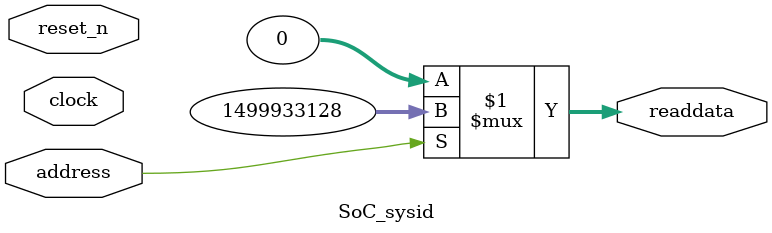
<source format=v>

`timescale 1ns / 1ps
// synthesis translate_on

// turn off superfluous verilog processor warnings 
// altera message_level Level1 
// altera message_off 10034 10035 10036 10037 10230 10240 10030 

module SoC_sysid (
               // inputs:
                address,
                clock,
                reset_n,

               // outputs:
                readdata
             )
;

  output  [ 31: 0] readdata;
  input            address;
  input            clock;
  input            reset_n;

  wire    [ 31: 0] readdata;
  //control_slave, which is an e_avalon_slave
  assign readdata = address ? 1499933128 : 0;

endmodule




</source>
